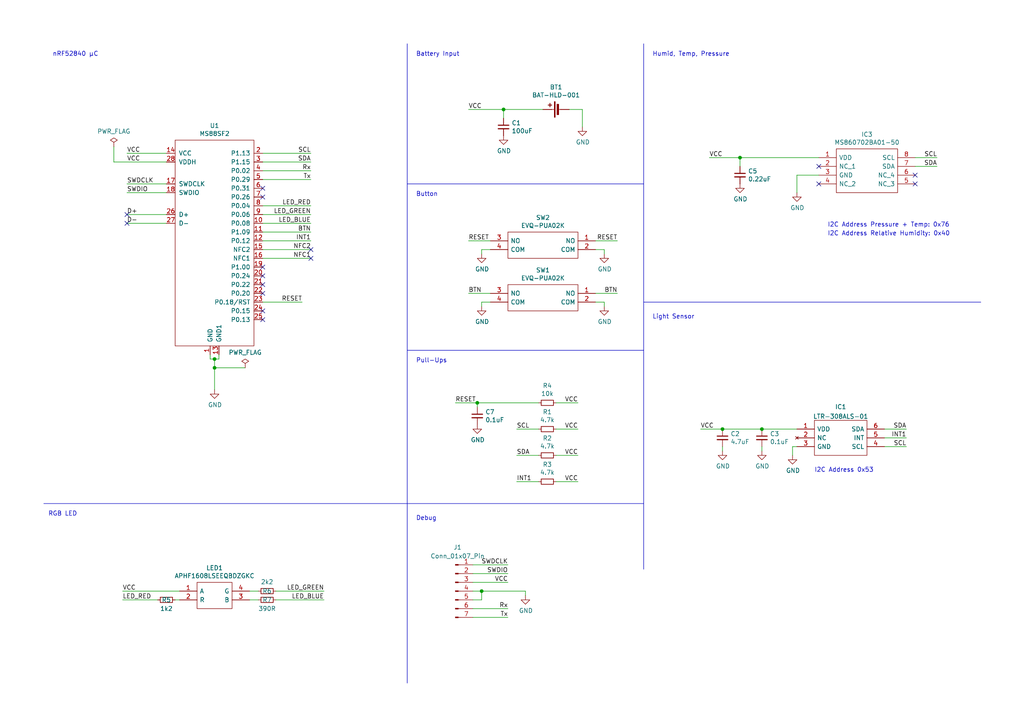
<source format=kicad_sch>
(kicad_sch (version 20230121) (generator eeschema)
  (paper "A4")
  (title_block (title "Thread Sensor Tag") (date "2021-02-08") (rev "0.1") (comment 1 "Licence: MIT"))
  (lib_symbols
    (symbol "APHF1608LSEEQBDZGKC:APHF1608LSEEQBDZGKC" (pin_names (offset 0.762))
      (property "Reference" "LED" (at 16.51 7.62 0))
      (property "Value" "APHF1608LSEEQBDZGKC" (at 16.51 5.08 0))
      (symbol "APHF1608LSEEQBDZGKC_0_0"
        (pin passive line (at 0 0 0) (length 5.08) (name "A") (number "1"))
        (pin passive line (at 0 -2.54 0) (length 5.08) (name "R") (number "2"))
        (pin passive line (at 20.32 -2.54 180) (length 5.08) (name "B") (number "3"))
        (pin passive line (at 20.32 0 180) (length 5.08) (name "G") (number "4"))
      )
      (symbol "APHF1608LSEEQBDZGKC_0_1"
        (polyline (pts (xy 5.08 2.54) (xy 15.24 2.54) (xy 15.24 -5.08) (xy 5.08 -5.08) (xy 5.08 2.54)) (stroke (width 0.1524)))
      )
    )
    (symbol "Connector:Conn_01x07_Pin" (pin_names (offset 1.016) hide)
      (property "Reference" "J" (at 0 10.16 0))
      (property "Value" "Conn_01x07_Pin" (at 0 -10.16 0))
      (symbol "Conn_01x07_Pin_1_1"
        (polyline (pts (xy 1.27 -7.62) (xy 0.8636 -7.62)) (stroke (width 0.1524)))
        (polyline (pts (xy 1.27 -5.08) (xy 0.8636 -5.08)) (stroke (width 0.1524)))
        (polyline (pts (xy 1.27 -2.54) (xy 0.8636 -2.54)) (stroke (width 0.1524)))
        (polyline (pts (xy 1.27 0) (xy 0.8636 0)) (stroke (width 0.1524)))
        (polyline (pts (xy 1.27 2.54) (xy 0.8636 2.54)) (stroke (width 0.1524)))
        (polyline (pts (xy 1.27 5.08) (xy 0.8636 5.08)) (stroke (width 0.1524)))
        (polyline (pts (xy 1.27 7.62) (xy 0.8636 7.62)) (stroke (width 0.1524)))
        (rectangle (start 0.8636 -7.493) (end 0 -7.747) (stroke (width 0.1524)) (fill (type outline)))
        (rectangle (start 0.8636 -4.953) (end 0 -5.207) (stroke (width 0.1524)) (fill (type outline)))
        (rectangle (start 0.8636 -2.413) (end 0 -2.667) (stroke (width 0.1524)) (fill (type outline)))
        (rectangle (start 0.8636 0.127) (end 0 -0.127) (stroke (width 0.1524)) (fill (type outline)))
        (rectangle (start 0.8636 2.667) (end 0 2.413) (stroke (width 0.1524)) (fill (type outline)))
        (rectangle (start 0.8636 5.207) (end 0 4.953) (stroke (width 0.1524)) (fill (type outline)))
        (rectangle (start 0.8636 7.747) (end 0 7.493) (stroke (width 0.1524)) (fill (type outline)))
        (pin passive line (at 5.08 7.62 180) (length 3.81) (name "Pin_1") (number "1"))
        (pin passive line (at 5.08 5.08 180) (length 3.81) (name "Pin_2") (number "2"))
        (pin passive line (at 5.08 2.54 180) (length 3.81) (name "Pin_3") (number "3"))
        (pin passive line (at 5.08 0 180) (length 3.81) (name "Pin_4") (number "4"))
        (pin passive line (at 5.08 -2.54 180) (length 3.81) (name "Pin_5") (number "5"))
        (pin passive line (at 5.08 -5.08 180) (length 3.81) (name "Pin_6") (number "6"))
        (pin passive line (at 5.08 -7.62 180) (length 3.81) (name "Pin_7") (number "7"))
      )
    )
    (symbol "Device:Battery_Cell" (pin_numbers hide) (pin_names (offset 0) hide)
      (property "Reference" "BT" (at 2.54 2.54 0))
      (property "Value" "Battery_Cell" (at 2.54 0 0))
      (symbol "Battery_Cell_0_1"
        (rectangle (start -2.286 1.778) (end 2.286 1.524) (fill (type outline)))
        (rectangle (start -1.524 1.016) (end 1.524 0.508) (fill (type outline)))
        (polyline (pts (xy 0 0.762) (xy 0 0)))
        (polyline (pts (xy 0 1.778) (xy 0 2.54)))
        (polyline (pts (xy 0.762 3.048) (xy 1.778 3.048)) (stroke (width 0.254)))
        (polyline (pts (xy 1.27 3.556) (xy 1.27 2.54)) (stroke (width 0.254)))
      )
      (symbol "Battery_Cell_1_1"
        (pin passive line (at 0 5.08 270) (length 2.54) (name "+") (number "1"))
        (pin passive line (at 0 -2.54 90) (length 2.54) (name "-") (number "2"))
      )
    )
    (symbol "Device:C_Small" (pin_numbers hide) (pin_names (offset 0.254) hide)
      (property "Reference" "C" (at 0.254 1.778 0))
      (property "Value" "C_Small" (at 0.254 -2.032 0))
      (symbol "C_Small_0_1"
        (polyline (pts (xy -1.524 -0.508) (xy 1.524 -0.508)) (stroke (width 0.3302)))
        (polyline (pts (xy -1.524 0.508) (xy 1.524 0.508)) (stroke (width 0.3048)))
      )
      (symbol "C_Small_1_1"
        (pin passive line (at 0 2.54 270) (length 2.032) (name "~") (number "1"))
        (pin passive line (at 0 -2.54 90) (length 2.032) (name "~") (number "2"))
      )
    )
    (symbol "Device:R_Small" (pin_numbers hide) (pin_names (offset 0.254) hide)
      (property "Reference" "R" (at 0.762 0.508 0))
      (property "Value" "R_Small" (at 0.762 -1.016 0))
      (symbol "R_Small_0_1"
        (rectangle (start -0.762 1.778) (end 0.762 -1.778) (stroke (width 0.2032)))
      )
      (symbol "R_Small_1_1"
        (pin passive line (at 0 2.54 270) (length 0.762) (name "~") (number "1"))
        (pin passive line (at 0 -2.54 90) (length 0.762) (name "~") (number "2"))
      )
    )
    (symbol "EVQ-PUA02K:EVQ-PUA02K" (pin_names (offset 0.762))
      (property "Reference" "S" (at 26.67 7.62 0))
      (property "Value" "EVQ-PUA02K" (at 26.67 5.08 0))
      (symbol "EVQ-PUA02K_0_0"
        (pin passive line (at 30.48 0 180) (length 5.08) (name "NO") (number "1"))
        (pin passive line (at 30.48 -2.54 180) (length 5.08) (name "COM") (number "2"))
        (pin passive line (at 0 0 0) (length 5.08) (name "NO") (number "3"))
        (pin passive line (at 0 -2.54 0) (length 5.08) (name "COM") (number "4"))
      )
      (symbol "EVQ-PUA02K_0_1"
        (polyline (pts (xy 5.08 2.54) (xy 25.4 2.54) (xy 25.4 -5.08) (xy 5.08 -5.08) (xy 5.08 2.54)) (stroke (width 0.1524)))
      )
    )
    (symbol "LTR-308ALS-01:LTR-308ALS-01" (pin_names (offset 0.762))
      (property "Reference" "IC" (at 21.59 7.62 0))
      (property "Value" "LTR-308ALS-01" (at 21.59 5.08 0))
      (symbol "LTR-308ALS-01_0_0"
        (pin passive line (at 0 0 0) (length 5.08) (name "VDD") (number "1"))
        (pin no_connect line (at 0 -2.54 0) (length 5.08) (name "NC") (number "2"))
        (pin passive line (at 0 -5.08 0) (length 5.08) (name "GND") (number "3"))
        (pin passive line (at 25.4 -5.08 180) (length 5.08) (name "SCL") (number "4"))
        (pin passive line (at 25.4 -2.54 180) (length 5.08) (name "INT") (number "5"))
        (pin passive line (at 25.4 0 180) (length 5.08) (name "SDA") (number "6"))
      )
      (symbol "LTR-308ALS-01_0_1"
        (polyline (pts (xy 5.08 2.54) (xy 20.32 2.54) (xy 20.32 -7.62) (xy 5.08 -7.62) (xy 5.08 2.54)) (stroke (width 0.1524)))
      )
    )
    (symbol "MS860702BA01-50:MS860702BA01-50" (pin_names (offset 0.762))
      (property "Reference" "IC" (at 24.13 7.62 0))
      (property "Value" "MS860702BA01-50" (at 24.13 5.08 0))
      (symbol "MS860702BA01-50_0_0"
        (pin passive line (at 0 0 0) (length 5.08) (name "VDD") (number "1"))
        (pin passive line (at 0 -2.54 0) (length 5.08) (name "NC_1") (number "2"))
        (pin passive line (at 0 -5.08 0) (length 5.08) (name "GND") (number "3"))
        (pin passive line (at 0 -7.62 0) (length 5.08) (name "NC_2") (number "4"))
        (pin passive line (at 27.94 -7.62 180) (length 5.08) (name "NC_3") (number "5"))
        (pin passive line (at 27.94 -5.08 180) (length 5.08) (name "NC_4") (number "6"))
        (pin passive line (at 27.94 -2.54 180) (length 5.08) (name "SDA") (number "7"))
        (pin passive line (at 27.94 0 180) (length 5.08) (name "SCL") (number "8"))
      )
      (symbol "MS860702BA01-50_0_1"
        (polyline (pts (xy 5.08 2.54) (xy 22.86 2.54) (xy 22.86 -10.16) (xy 5.08 -10.16) (xy 5.08 2.54)) (stroke (width 0.1524)))
      )
    )
    (symbol "MS88SF2:MS88SF2" (pin_names (offset 1.016))
      (property "Reference" "U" (at 0 -15.24 0))
      (property "Value" "MS88SF2" (at 0 10.16 0))
      (symbol "MS88SF2_0_1"
        (rectangle (start -11.43 8.89) (end 11.43 -50.8))
      )
      (symbol "MS88SF2_1_1"
        (pin power_in line (at -1.27 -53.34 90) (length 2.54) (name "GND") (number "1"))
        (pin bidirectional line (at 13.97 -15.24 180) (length 2.54) (name "P0.08") (number "10"))
        (pin bidirectional line (at 13.97 -17.78 180) (length 2.54) (name "P1.09") (number "11"))
        (pin bidirectional line (at 13.97 -20.32 180) (length 2.54) (name "P0.12") (number "12"))
        (pin power_in line (at 1.27 -53.34 90) (length 2.54) (name "GND1") (number "13"))
        (pin power_in line (at -13.97 5.08 0) (length 2.54) (name "VCC") (number "14"))
        (pin bidirectional line (at 13.97 -22.86 180) (length 2.54) (name "NFC2") (number "15"))
        (pin bidirectional line (at 13.97 -25.4 180) (length 2.54) (name "NFC1") (number "16"))
        (pin input line (at -13.97 -3.81 0) (length 2.54) (name "SWDCLK") (number "17"))
        (pin bidirectional line (at -13.97 -6.35 0) (length 2.54) (name "SWDIO") (number "18"))
        (pin bidirectional line (at 13.97 -27.94 180) (length 2.54) (name "P1.00") (number "19"))
        (pin bidirectional line (at 13.97 5.08 180) (length 2.54) (name "P1.13") (number "2"))
        (pin bidirectional line (at 13.97 -30.48 180) (length 2.54) (name "P0.24") (number "20"))
        (pin bidirectional line (at 13.97 -33.02 180) (length 2.54) (name "P0.22") (number "21"))
        (pin bidirectional line (at 13.97 -35.56 180) (length 2.54) (name "P0.20") (number "22"))
        (pin bidirectional line (at 13.97 -38.1 180) (length 2.54) (name "P0.18/RST") (number "23"))
        (pin bidirectional line (at 13.97 -40.64 180) (length 2.54) (name "P0.15") (number "24"))
        (pin bidirectional line (at 13.97 -43.18 180) (length 2.54) (name "P0.13") (number "25"))
        (pin bidirectional line (at -13.97 -12.7 0) (length 2.54) (name "D+") (number "26"))
        (pin bidirectional line (at -13.97 -15.24 0) (length 2.54) (name "D-") (number "27"))
        (pin power_in line (at -13.97 2.54 0) (length 2.54) (name "VDDH") (number "28"))
        (pin bidirectional line (at 13.97 2.54 180) (length 2.54) (name "P1.15") (number "3"))
        (pin bidirectional line (at 13.97 0 180) (length 2.54) (name "P0.02") (number "4"))
        (pin bidirectional line (at 13.97 -2.54 180) (length 2.54) (name "P0.29") (number "5"))
        (pin bidirectional line (at 13.97 -5.08 180) (length 2.54) (name "P0.31") (number "6"))
        (pin bidirectional line (at 13.97 -7.62 180) (length 2.54) (name "P0.26") (number "7"))
        (pin bidirectional line (at 13.97 -10.16 180) (length 2.54) (name "P0.04") (number "8"))
        (pin bidirectional line (at 13.97 -12.7 180) (length 2.54) (name "P0.06") (number "9"))
      )
    )
    (symbol "power:GND" (power) (pin_names (offset 0))
      (property "Value" "GND" (at 0 -3.81 0))
      (symbol "GND_0_1"
        (polyline (pts (xy 0 0) (xy 0 -1.27) (xy 1.27 -1.27) (xy 0 -2.54) (xy -1.27 -1.27) (xy 0 -1.27)))
      )
      (symbol "GND_1_1"
        (pin power_in line (at 0 0 270) (length 0) hide (name "GND") (number "1"))
      )
    )
    (symbol "power:PWR_FLAG" (power) (pin_numbers hide) (pin_names (offset 0) hide)
      (property "Value" "PWR_FLAG" (at 0 3.81 0))
      (symbol "PWR_FLAG_0_0"
        (pin power_out line (at 0 0 90) (length 0) (name "pwr") (number "1"))
      )
      (symbol "PWR_FLAG_0_1"
        (polyline (pts (xy 0 0) (xy 0 1.27) (xy -1.016 1.905) (xy 0 2.54) (xy 1.016 1.905) (xy 0 1.27)))
      )
    )
  )
  (junction (at 146.05 31.75))
  (junction (at 139.7 171.45))
  (junction (at 62.23 104.14))
  (junction (at 214.63 45.72))
  (junction (at 220.98 124.46))
  (junction (at 209.55 124.46))
  (junction (at 62.23 106.68))
  (junction (at 138.43 116.84))
  (no_connect (at 237.49 48.26))
  (no_connect (at 237.49 53.34))
  (no_connect (at 36.83 62.23))
  (no_connect (at 76.2 90.17))
  (no_connect (at 76.2 57.15))
  (no_connect (at 90.17 74.93))
  (no_connect (at 265.43 53.34))
  (no_connect (at 265.43 50.8))
  (no_connect (at 36.83 64.77))
  (no_connect (at 90.17 72.39))
  (no_connect (at 76.2 92.71))
  (no_connect (at 76.2 82.55))
  (no_connect (at 76.2 77.47))
  (no_connect (at 76.2 54.61))
  (no_connect (at 76.2 85.09))
  (no_connect (at 76.2 80.01))
  (wire (pts (xy 229.87 129.54) (xy 229.87 132.08)))
  (wire (pts (xy 168.91 31.75) (xy 165.1 31.75)))
  (wire (pts (xy 45.72 173.99) (xy 35.56 173.99)))
  (wire (pts (xy 33.02 46.99) (xy 33.02 42.545)))
  (wire (pts (xy 80.01 173.99) (xy 93.98 173.99)))
  (wire (pts (xy 76.2 67.31) (xy 90.17 67.31)))
  (wire (pts (xy 220.98 124.46) (xy 209.55 124.46)))
  (wire (pts (xy 167.64 116.84) (xy 161.29 116.84)))
  (wire (pts (xy 142.24 69.85) (xy 135.89 69.85)))
  (wire (pts (xy 76.2 44.45) (xy 90.17 44.45)))
  (wire (pts (xy 138.43 116.84) (xy 156.21 116.84)))
  (wire (pts (xy 62.23 104.14) (xy 63.5 104.14)))
  (wire (pts (xy 265.43 48.26) (xy 271.78 48.26)))
  (wire (pts (xy 93.98 171.45) (xy 80.01 171.45)))
  (wire (pts (xy 71.12 106.68) (xy 62.23 106.68)))
  (wire (pts (xy 90.17 62.23) (xy 76.2 62.23)))
  (wire (pts (xy 76.2 59.69) (xy 90.17 59.69)))
  (wire (pts (xy 149.86 124.46) (xy 156.21 124.46)))
  (polyline (pts (xy 12.7 146.05) (xy 186.69 146.05)))
  (wire (pts (xy 135.89 31.75) (xy 146.05 31.75)))
  (wire (pts (xy 167.64 124.46) (xy 161.29 124.46)))
  (wire (pts (xy 135.89 85.09) (xy 142.24 85.09)))
  (wire (pts (xy 175.26 72.39) (xy 175.26 73.66)))
  (wire (pts (xy 146.05 34.29) (xy 146.05 31.75)))
  (wire (pts (xy 256.54 129.54) (xy 262.89 129.54)))
  (wire (pts (xy 139.7 72.39) (xy 142.24 72.39)))
  (wire (pts (xy 60.96 104.14) (xy 62.23 104.14)))
  (wire (pts (xy 62.23 106.68) (xy 62.23 104.14)))
  (wire (pts (xy 48.26 55.88) (xy 36.83 55.88)))
  (wire (pts (xy 52.07 173.99) (xy 50.8 173.99)))
  (wire (pts (xy 214.63 48.26) (xy 214.63 45.72)))
  (wire (pts (xy 90.17 52.07) (xy 76.2 52.07)))
  (wire (pts (xy 167.64 139.7) (xy 161.29 139.7)))
  (wire (pts (xy 90.17 46.99) (xy 76.2 46.99)))
  (wire (pts (xy 203.2 124.46) (xy 209.55 124.46)))
  (wire (pts (xy 137.16 173.99) (xy 139.7 173.99)))
  (wire (pts (xy 149.86 132.08) (xy 156.21 132.08)))
  (wire (pts (xy 142.24 87.63) (xy 139.7 87.63)))
  (wire (pts (xy 147.32 168.91) (xy 137.16 168.91)))
  (wire (pts (xy 36.83 64.77) (xy 48.26 64.77)))
  (wire (pts (xy 231.14 50.8) (xy 231.14 55.88)))
  (wire (pts (xy 209.55 130.81) (xy 209.55 129.54)))
  (wire (pts (xy 265.43 45.72) (xy 271.78 45.72)))
  (wire (pts (xy 76.2 69.85) (xy 90.17 69.85)))
  (wire (pts (xy 48.26 44.45) (xy 36.83 44.45)))
  (wire (pts (xy 35.56 171.45) (xy 52.07 171.45)))
  (polyline (pts (xy 186.69 12.7) (xy 186.69 165.1)))
  (wire (pts (xy 179.07 69.85) (xy 172.72 69.85)))
  (wire (pts (xy 76.2 74.93) (xy 90.17 74.93)))
  (polyline (pts (xy 186.69 87.63) (xy 284.48 87.63)))
  (wire (pts (xy 74.93 173.99) (xy 72.39 173.99)))
  (wire (pts (xy 175.26 87.63) (xy 172.72 87.63)))
  (wire (pts (xy 161.29 132.08) (xy 167.64 132.08)))
  (wire (pts (xy 172.72 72.39) (xy 175.26 72.39)))
  (wire (pts (xy 147.32 176.53) (xy 137.16 176.53)))
  (wire (pts (xy 256.54 124.46) (xy 262.89 124.46)))
  (wire (pts (xy 256.54 127) (xy 262.89 127)))
  (wire (pts (xy 76.2 87.63) (xy 87.63 87.63)))
  (wire (pts (xy 147.32 163.83) (xy 137.16 163.83)))
  (wire (pts (xy 90.17 49.53) (xy 76.2 49.53)))
  (wire (pts (xy 139.7 87.63) (xy 139.7 88.9)))
  (wire (pts (xy 62.23 106.68) (xy 62.23 113.03)))
  (polyline (pts (xy 118.11 53.34) (xy 186.69 53.34)))
  (wire (pts (xy 36.83 53.34) (xy 48.26 53.34)))
  (wire (pts (xy 175.26 88.9) (xy 175.26 87.63)))
  (wire (pts (xy 139.7 73.66) (xy 139.7 72.39)))
  (wire (pts (xy 33.02 46.99) (xy 48.26 46.99)))
  (wire (pts (xy 60.96 102.87) (xy 60.96 104.14)))
  (wire (pts (xy 156.21 139.7) (xy 149.86 139.7)))
  (polyline (pts (xy 118.11 12.7) (xy 118.11 198.12)))
  (wire (pts (xy 137.16 171.45) (xy 139.7 171.45)))
  (polyline (pts (xy 186.69 101.6) (xy 118.11 101.6)))
  (wire (pts (xy 231.14 129.54) (xy 229.87 129.54)))
  (wire (pts (xy 137.16 166.37) (xy 147.32 166.37)))
  (wire (pts (xy 132.08 116.84) (xy 138.43 116.84)))
  (wire (pts (xy 152.4 172.72) (xy 152.4 171.45)))
  (wire (pts (xy 179.07 85.09) (xy 172.72 85.09)))
  (wire (pts (xy 147.32 179.07) (xy 137.16 179.07)))
  (wire (pts (xy 168.91 36.83) (xy 168.91 31.75)))
  (wire (pts (xy 220.98 130.81) (xy 220.98 129.54)))
  (wire (pts (xy 76.2 64.77) (xy 90.17 64.77)))
  (wire (pts (xy 220.98 124.46) (xy 231.14 124.46)))
  (wire (pts (xy 205.74 45.72) (xy 214.63 45.72)))
  (wire (pts (xy 76.2 72.39) (xy 90.17 72.39)))
  (wire (pts (xy 72.39 171.45) (xy 74.93 171.45)))
  (wire (pts (xy 36.83 62.23) (xy 48.26 62.23)))
  (wire (pts (xy 138.43 118.11) (xy 138.43 116.84)))
  (wire (pts (xy 63.5 104.14) (xy 63.5 102.87)))
  (wire (pts (xy 146.05 31.75) (xy 157.48 31.75)))
  (wire (pts (xy 139.7 173.99) (xy 139.7 171.45)))
  (wire (pts (xy 139.7 171.45) (xy 152.4 171.45)))
  (wire (pts (xy 237.49 50.8) (xy 231.14 50.8)))
  (wire (pts (xy 214.63 45.72) (xy 237.49 45.72)))
  (text "Humid, Temp, Pressure" (at 189.23 16.51 0) (effects (font (size 1.27 1.27)) (justify left bottom)))
  (text "nRF52840 µC" (at 15.24 16.51 0) (effects (font (size 1.27 1.27)) (justify left bottom)))
  (text "Pull-Ups" (at 120.65 105.41 0) (effects (font (size 1.27 1.27)) (justify left bottom)))
  (text "RGB LED" (at 13.97 149.86 0) (effects (font (size 1.27 1.27)) (justify left bottom)))
  (text "Battery Input" (at 120.65 16.51 0) (effects (font (size 1.27 1.27)) (justify left bottom)))
  (text "I2C Address Pressure + Temp: 0x76" (at 240.03 66.04 0) (effects (font (size 1.27 1.27)) (justify left bottom)))
  (text "Button" (at 120.65 57.15 0) (effects (font (size 1.27 1.27)) (justify left bottom)))
  (text "I2C Address 0x53" (at 236.22 137.16 0) (effects (font (size 1.27 1.27)) (justify left bottom)))
  (text "Debug" (at 120.65 151.13 0) (effects (font (size 1.27 1.27)) (justify left bottom)))
  (text "I2C Address Relative Humidity: 0x40" (at 240.03 68.58 0) (effects (font (size 1.27 1.27)) (justify left bottom)))
  (text "Light Sensor" (at 189.23 92.71 0) (effects (font (size 1.27 1.27)) (justify left bottom)))
  (label "VCC" (at 167.64 116.84 180))
  (label "INT1" (at 90.17 69.85 180))
  (label "NFC2" (at 90.17 72.39 180))
  (label "VCC" (at 35.56 171.45 0))
  (label "D+" (at 36.83 62.23 0))
  (label "SCL" (at 149.86 124.46 0))
  (label "SDA" (at 262.89 124.46 180))
  (label "SCL" (at 271.78 45.72 180))
  (label "Tx" (at 147.32 179.07 180))
  (label "INT1" (at 149.86 139.7 0))
  (label "SWDCLK" (at 147.32 163.83 180))
  (label "LED_BLUE" (at 93.98 173.99 180))
  (label "BTN" (at 179.07 85.09 180))
  (label "Tx" (at 90.17 52.07 180))
  (label "SDA" (at 90.17 46.99 180))
  (label "SCL" (at 262.89 129.54 180))
  (label "BTN" (at 90.17 67.31 180))
  (label "SCL" (at 90.17 44.45 180))
  (label "LED_BLUE" (at 90.17 64.77 180))
  (label "Rx" (at 90.17 49.53 180))
  (label "RESET" (at 87.63 87.63 180))
  (label "INT1" (at 262.89 127 180))
  (label "VCC" (at 203.2 124.46 0))
  (label "SDA" (at 149.86 132.08 0))
  (label "LED_GREEN" (at 93.98 171.45 180))
  (label "VCC" (at 167.64 132.08 180))
  (label "NFC1" (at 90.17 74.93 180))
  (label "VCC" (at 167.64 124.46 180))
  (label "D-" (at 36.83 64.77 0))
  (label "SDA" (at 271.78 48.26 180))
  (label "VCC" (at 205.74 45.72 0))
  (label "Rx" (at 147.32 176.53 180))
  (label "SWDIO" (at 36.83 55.88 0))
  (label "VCC" (at 135.89 31.75 0))
  (label "BTN" (at 135.89 85.09 0))
  (label "SWDCLK" (at 36.83 53.34 0))
  (label "LED_RED" (at 90.17 59.69 180))
  (label "VCC" (at 147.32 168.91 180))
  (label "VCC" (at 36.83 44.45 0))
  (label "LED_GREEN" (at 90.17 62.23 180))
  (label "LED_RED" (at 35.56 173.99 0))
  (label "RESET" (at 132.08 116.84 0))
  (label "SWDIO" (at 147.32 166.37 180))
  (label "VCC" (at 167.64 139.7 180))
  (label "RESET" (at 179.07 69.85 180))
  (label "VCC" (at 36.83 46.99 0))
  (label "RESET" (at 135.89 69.85 0))
  (symbol (lib_id "Device:Battery_Cell") (at 162.56 31.75 90) (unit 1)
    (property "Reference" "BT1" (at 161.29 25.273 90))
    (property "Value" "BAT-HLD-001" (at 161.29 27.5844 90))
    (property "Footprint" "BAT-HLD-001:BATHLD001" (effects hide))
  )
  (symbol (lib_id "power:GND") (at 152.4 172.72 0) (unit 1)
    (property "Reference" "#PWR0118" (effects hide))
    (property "Value" "GND" (at 152.527 177.1142 0))
  )
  (symbol (lib_id "Device:R_Small") (at 158.75 124.46 270) (unit 1)
    (property "Reference" "R1" (at 158.75 119.4816 90))
    (property "Value" "4.7k" (at 158.75 121.793 90))
    (property "Footprint" "Resistor_SMD:R_0603_1608Metric" (effects hide))
  )
  (symbol (lib_id "Device:R_Small") (at 158.75 132.08 270) (unit 1)
    (property "Reference" "R2" (at 158.75 127.1016 90))
    (property "Value" "4.7k" (at 158.75 129.413 90))
    (property "Footprint" "Resistor_SMD:R_0603_1608Metric" (effects hide))
  )
  (symbol (lib_id "Device:R_Small") (at 158.75 139.7 270) (unit 1)
    (property "Reference" "R3" (at 158.75 134.7216 90))
    (property "Value" "4.7k" (at 158.75 137.033 90))
    (property "Footprint" "Resistor_SMD:R_0603_1608Metric" (effects hide))
  )
  (symbol (lib_id "power:GND") (at 168.91 36.83 0) (unit 1)
    (property "Reference" "#PWR0111" (effects hide))
    (property "Value" "GND" (at 169.037 41.2242 0))
  )
  (symbol (lib_id "MS860702BA01-50:MS860702BA01-50") (at 237.49 45.72 0) (unit 1)
    (property "Reference" "IC3" (at 251.46 38.989 0))
    (property "Value" "MS860702BA01-50" (at 251.46 41.3004 0))
    (property "Footprint" "MS860702BA01-50:SON125P300X500X100-8N" (effects hide))
    (property "Datasheet" "https://componentsearchengine.com/Datasheets/1/MS860702BA01-50.pdf" (effects hide))
    (property "Description" "SENSOR SOLUTIONS - TE CONNECTIVITY - MS860702BA01-50 - PRESSURE SENSOR, 10MBAR-29PSI, QFN-8" (effects hide))
    (property "Height" "1" (effects hide))
    (property "Manufacturer_Name" "TE Connectivity" (effects hide))
    (property "Manufacturer_Part_Number" "MS860702BA01-50" (effects hide))
    (property "Mouser Part Number" "824-MS860702BA01-50" (effects hide))
    (property "Mouser Price/Stock" "https://www.mouser.co.uk/ProductDetail/Measurement-Specialties/MS860702BA01-50?qs=lU3n7Z6pAZJebVoKdr5RAw%3D%3D" (effects hide))
    (property "Arrow Part Number" "MS860702BA01-50" (effects hide))
    (property "Arrow Price/Stock" "https://www.arrow.com/en/products/ms860702ba01-50/te-connectivity" (effects hide))
  )
  (symbol (lib_id "Device:C_Small") (at 214.63 50.8 0) (unit 1)
    (property "Reference" "C5" (at 216.9668 49.6316 0) (effects (justify left)))
    (property "Value" "0.22uF" (at 216.9668 51.943 0) (effects (justify left)))
    (property "Footprint" "Capacitor_SMD:C_0603_1608Metric" (effects hide))
  )
  (symbol (lib_id "power:GND") (at 214.63 53.34 0) (unit 1)
    (property "Reference" "#PWR0105" (effects hide))
    (property "Value" "GND" (at 214.757 57.7342 0))
  )
  (symbol (lib_id "power:GND") (at 231.14 55.88 0) (unit 1)
    (property "Reference" "#PWR0106" (effects hide))
    (property "Value" "GND" (at 231.267 60.2742 0))
  )
  (symbol (lib_id "EVQ-PUA02K:EVQ-PUA02K") (at 142.24 69.85 0) (unit 1)
    (property "Reference" "SW2" (at 157.48 63.119 0))
    (property "Value" "EVQ-PUA02K" (at 157.48 65.4304 0))
    (property "Footprint" "EVQ-PUA02K:EVQPUA02K" (effects hide))
    (property "Datasheet" "https://www.mouser.in/ProductDetail/Panasonic/EVQ-PUA02K?qs=%2Fha2pyFadujMSX8lHuHLeTqtnZtxLpuLygd0%252BejhC2g%3D" (effects hide))
    (property "Description" "Tactile Switches SIDE PUSH 2.2NF 4.7x3.2x1.65mm" (effects hide))
    (property "Height" "1.95" (effects hide))
    (property "Manufacturer_Name" "Panasonic" (effects hide))
    (property "Manufacturer_Part_Number" "EVQ-PUA02K" (effects hide))
    (property "Mouser Part Number" "667-EVQ-PUA02K" (effects hide))
    (property "Mouser Price/Stock" "https://www.mouser.co.uk/ProductDetail/Panasonic/EVQ-PUA02K?qs=whhzBCqEXCvFsgipcL1tig%3D%3D" (effects hide))
    (property "Arrow Part Number" "EVQ-PUA02K" (effects hide))
    (property "Arrow Price/Stock" "https://www.arrow.com/en/products/evq-pua02k/panasonic" (effects hide))
  )
  (symbol (lib_id "EVQ-PUA02K:EVQ-PUA02K") (at 142.24 85.09 0) (unit 1)
    (property "Reference" "SW1" (at 157.48 78.359 0))
    (property "Value" "EVQ-PUA02K" (at 157.48 80.6704 0))
    (property "Footprint" "EVQ-PUA02K:EVQPUA02K" (effects hide))
    (property "Datasheet" "https://www.mouser.in/ProductDetail/Panasonic/EVQ-PUA02K?qs=%2Fha2pyFadujMSX8lHuHLeTqtnZtxLpuLygd0%252BejhC2g%3D" (effects hide))
    (property "Description" "Tactile Switches SIDE PUSH 2.2NF 4.7x3.2x1.65mm" (effects hide))
    (property "Height" "1.95" (effects hide))
    (property "Manufacturer_Name" "Panasonic" (effects hide))
    (property "Manufacturer_Part_Number" "EVQ-PUA02K" (effects hide))
    (property "Mouser Part Number" "667-EVQ-PUA02K" (effects hide))
    (property "Mouser Price/Stock" "https://www.mouser.co.uk/ProductDetail/Panasonic/EVQ-PUA02K?qs=whhzBCqEXCvFsgipcL1tig%3D%3D" (effects hide))
    (property "Arrow Part Number" "EVQ-PUA02K" (effects hide))
    (property "Arrow Price/Stock" "https://www.arrow.com/en/products/evq-pua02k/panasonic" (effects hide))
  )
  (symbol (lib_id "Device:R_Small") (at 158.75 116.84 270) (unit 1)
    (property "Reference" "R4" (at 158.75 111.8616 90))
    (property "Value" "10k" (at 158.75 114.173 90))
    (property "Footprint" "Resistor_SMD:R_0603_1608Metric" (effects hide))
  )
  (symbol (lib_id "power:GND") (at 175.26 73.66 0) (unit 1)
    (property "Reference" "#PWR0113" (effects hide))
    (property "Value" "GND" (at 175.387 78.0542 0))
  )
  (symbol (lib_id "power:GND") (at 139.7 73.66 0) (unit 1)
    (property "Reference" "#PWR0114" (effects hide))
    (property "Value" "GND" (at 139.827 78.0542 0))
  )
  (symbol (lib_id "power:GND") (at 139.7 88.9 0) (unit 1)
    (property "Reference" "#PWR0115" (effects hide))
    (property "Value" "GND" (at 139.827 93.2942 0))
  )
  (symbol (lib_id "power:GND") (at 175.26 88.9 0) (unit 1)
    (property "Reference" "#PWR0116" (effects hide))
    (property "Value" "GND" (at 175.387 93.2942 0))
  )
  (symbol (lib_id "Device:C_Small") (at 138.43 120.65 0) (unit 1)
    (property "Reference" "C7" (at 140.7668 119.4816 0) (effects (justify left)))
    (property "Value" "0.1uF" (at 140.7668 121.793 0) (effects (justify left)))
    (property "Footprint" "Capacitor_SMD:C_0603_1608Metric" (effects hide))
  )
  (symbol (lib_id "power:GND") (at 138.43 123.19 0) (unit 1)
    (property "Reference" "#PWR0117" (effects hide))
    (property "Value" "GND" (at 138.557 127.5842 0))
  )
  (symbol (lib_id "MS88SF2:MS88SF2") (at 62.23 49.53 0) (unit 1)
    (property "Reference" "U1" (at 62.23 36.449 0))
    (property "Value" "MS88SF2" (at 62.23 38.7604 0))
    (property "Footprint" "MS88SF2:MS88SF2" (effects hide))
  )
  (symbol (lib_id "power:GND") (at 62.23 113.03 0) (unit 1)
    (property "Reference" "#PWR0101" (effects hide))
    (property "Value" "GND" (at 62.357 117.4242 0))
  )
  (symbol (lib_id "APHF1608LSEEQBDZGKC:APHF1608LSEEQBDZGKC") (at 52.07 171.45 0) (unit 1)
    (property "Reference" "LED1" (at 62.23 164.719 0))
    (property "Value" "APHF1608LSEEQBDZGKC" (at 62.23 167.0304 0))
    (property "Footprint" "APHF1608LSEEQBDZGKC:APHF1608LSEEQBDZGKC" (effects hide))
    (property "Datasheet" "https://componentsearchengine.com/Datasheets/1/APHF1608LSEEQBDZGKC.pdf" (effects hide))
    (property "Description" "Standard LEDs - SMD RGB 0603 SMD" (effects hide))
    (property "Manufacturer_Name" "Kingbright" (effects hide))
    (property "Manufacturer_Part_Number" "APHF1608LSEEQBDZGKC" (effects hide))
    (property "Mouser Part Number" "604-APHF1608LQBDZGKC" (effects hide))
    (property "Mouser Price/Stock" "https://www.mouser.co.uk/ProductDetail/Kingbright/APHF1608LSEEQBDZGKC?qs=YCa%2FAAYMW02iGkI4tWMQgA%3D%3D" (effects hide))
    (property "Arrow Part Number" "APHF1608LSEEQBDZGKC" (effects hide))
    (property "Arrow Price/Stock" "https://www.arrow.com/en/products/aphf1608lseeqbdzgkc/kingbright" (effects hide))
  )
  (symbol (lib_id "Device:R_Small") (at 48.26 173.99 270) (unit 1)
    (property "Reference" "R5" (at 48.26 173.99 90))
    (property "Value" "1k2" (at 48.26 176.53 90))
    (property "Footprint" "Resistor_SMD:R_0603_1608Metric" (effects hide))
  )
  (symbol (lib_id "Device:R_Small") (at 77.47 171.45 270) (unit 1)
    (property "Reference" "R6" (at 77.47 171.45 90))
    (property "Value" "2k2" (at 77.47 168.783 90))
    (property "Footprint" "Resistor_SMD:R_0603_1608Metric" (effects hide))
  )
  (symbol (lib_id "Device:R_Small") (at 77.47 173.99 270) (unit 1)
    (property "Reference" "R7" (at 77.47 173.99 90))
    (property "Value" "390R" (at 77.47 176.53 90))
    (property "Footprint" "Resistor_SMD:R_0603_1608Metric" (effects hide))
  )
  (symbol (lib_id "Device:C_Small") (at 146.05 36.83 0) (unit 1)
    (property "Reference" "C1" (at 148.3868 35.6616 0) (effects (justify left)))
    (property "Value" "100uF" (at 148.3868 37.973 0) (effects (justify left)))
    (property "Footprint" "Capacitor_SMD:C_1210_3225Metric" (effects hide))
  )
  (symbol (lib_id "power:GND") (at 146.05 39.37 0) (unit 1)
    (property "Reference" "#PWR0102" (effects hide))
    (property "Value" "GND" (at 146.177 43.7642 0))
  )
  (symbol (lib_id "power:GND") (at 220.98 130.81 0) (unit 1)
    (property "Reference" "#PWR0103" (effects hide))
    (property "Value" "GND" (at 221.107 135.2042 0))
  )
  (symbol (lib_id "power:PWR_FLAG") (at 71.12 106.68 0) (unit 1)
    (property "Reference" "#FLG02" (effects hide))
    (property "Value" "PWR_FLAG" (at 71.12 102.235 0))
  )
  (symbol (lib_id "Connector:Conn_01x07_Pin") (at 132.08 171.45 0) (unit 1) (in_bom no)
    (property "Reference" "J1" (at 132.715 158.75 0))
    (property "Value" "Conn_01x07_Pin" (at 132.715 161.29 0))
    (property "Footprint" "Connector_PinSocket_2.54mm:PinSocket_1x07_P2.54mm_Vertical" (effects hide))
  )
  (symbol (lib_id "power:PWR_FLAG") (at 33.02 42.545 0) (unit 1)
    (property "Reference" "#FLG01" (effects hide))
    (property "Value" "PWR_FLAG" (at 33.02 38.1 0))
  )
  (symbol (lib_id "power:GND") (at 209.55 130.81 0) (unit 1)
    (property "Reference" "#PWR0107" (effects hide))
    (property "Value" "GND" (at 209.677 135.2042 0))
  )
  (symbol (lib_id "Device:C_Small") (at 209.55 127 0) (unit 1)
    (property "Reference" "C2" (at 211.8868 125.8316 0) (effects (justify left)))
    (property "Value" "4.7uF" (at 211.8868 128.143 0) (effects (justify left)))
    (property "Footprint" "Capacitor_SMD:C_0603_1608Metric" (effects hide))
  )
  (symbol (lib_id "power:GND") (at 229.87 132.08 0) (unit 1)
    (property "Reference" "#PWR0104" (effects hide))
    (property "Value" "GND" (at 229.997 136.4742 0))
  )
  (symbol (lib_id "Device:C_Small") (at 220.98 127 0) (unit 1)
    (property "Reference" "C3" (at 223.3168 125.8316 0) (effects (justify left)))
    (property "Value" "0.1uF" (at 223.3168 128.143 0) (effects (justify left)))
    (property "Footprint" "Capacitor_SMD:C_0603_1608Metric" (effects hide))
  )
  (symbol (lib_id "LTR-308ALS-01:LTR-308ALS-01") (at 231.14 124.46 0) (unit 1)
    (property "Reference" "IC1" (at 243.84 118.0043 0))
    (property "Value" "LTR-308ALS-01" (at 243.84 120.7794 0))
    (property "Footprint" "LTR-308ALS-01:LTR303ALS01" (effects hide))
    (property "Datasheet" "https://optoelectronics.liteon.com/upload/download/DS86-2016-0027/LTR-308ALS_Final_%20DS_V1%201.pdf" (effects hide))
    (property "Description" "Ambient Light Sensors Ambient Light Photo Sensor" (effects hide))
    (property "Height" "0" (effects hide))
    (property "Manufacturer_Name" "Lite-On" (effects hide))
    (property "Manufacturer_Part_Number" "LTR-308ALS-01" (effects hide))
    (property "Mouser Part Number" "N/A" (effects hide))
    (property "Mouser Price/Stock" "https://www.mouser.com/Search/Refine.aspx?Keyword=N%2FA" (effects hide))
    (property "Arrow Part Number" "LTR-308ALS-01" (effects hide))
    (property "Arrow Price/Stock" "https://www.arrow.com/en/products/ltr-308als-01/lite-on-technology" (effects hide))
  )
)
</source>
